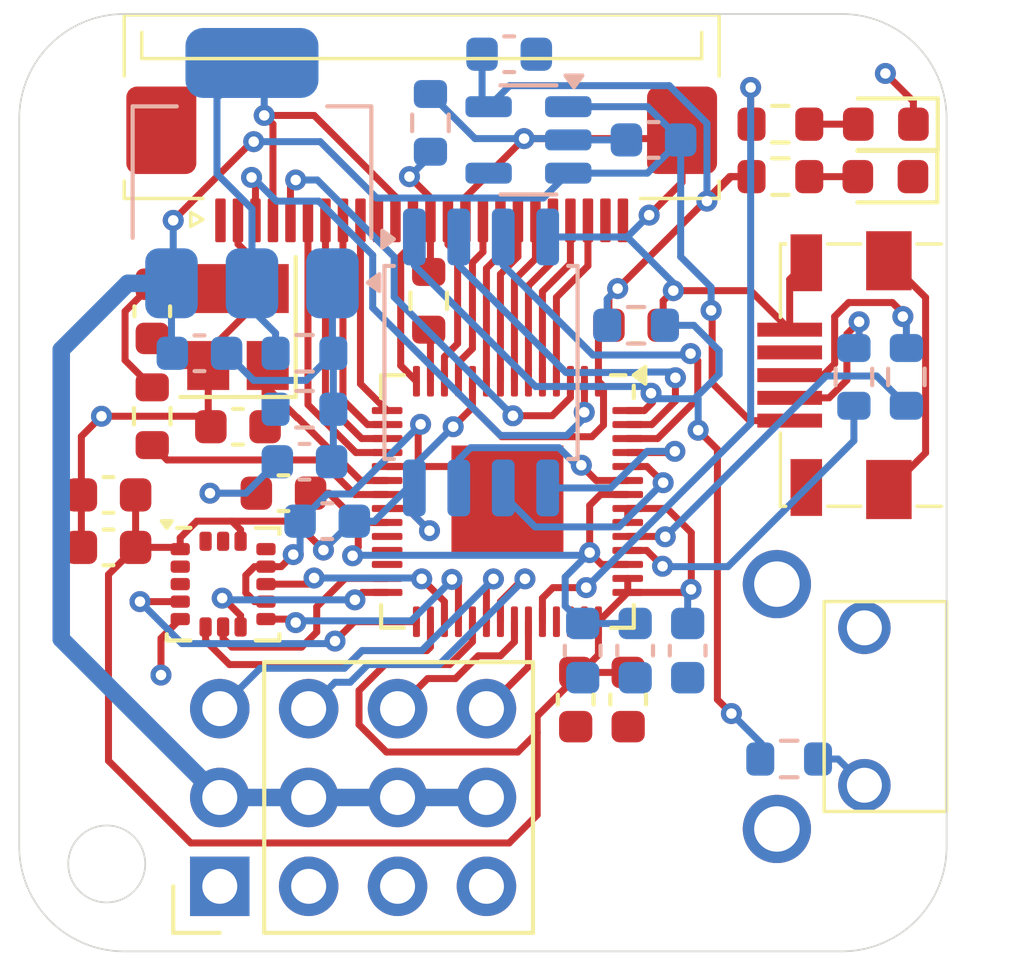
<source format=kicad_pcb>
(kicad_pcb (version 20241229) (generator "pcbnew") (generator_version "9.0")
  (title_block (title "RCJ25 F1 Car (Low-Budget Version)") (date "2025-03-18") (rev "0.1") (company "Hu-More-Bot") (comment 1 "Drawn By: SamTheDev"))
  (layers (0 "F.Cu" signal) (2 "B.Cu" signal) (13 "F.Paste" user) (15 "B.Paste" user) (5 "F.SilkS" user "F.Silkscreen") (7 "B.SilkS" user "B.Silkscreen") (1 "F.Mask" user) (3 "B.Mask" user) (25 "Edge.Cuts" user))
  (net 0 "")
  (net 1 "+1V1")
  (net 2 "GND")
  (net 3 "VCC")
  (net 4 "/XIN")
  (net 5 "Net-(C12-Pad2)")
  (net 6 "Net-(U4-ADJ)")
  (net 7 "VBUS")
  (net 8 "/CAM_PWDN")
  (net 9 "/CAM_SCL")
  (net 10 "/CAM_VD")
  (net 11 "/CAM_D1")
  (net 12 "/CAM_D4")
  (net 13 "/CAM_D5")
  (net 14 "/CAM_D7")
  (net 15 "/CAM_RST")
  (net 16 "/CAM_D0")
  (net 17 "/CAM_HD")
  (net 18 "/CAM_D6")
  (net 19 "+2V8")
  (net 20 "/CAM_D3")
  (net 21 "/CAM_D2")
  (net 22 "/CAM_PCLK")
  (net 23 "/CAM_SDA")
  (net 24 "/USB_DP")
  (net 25 "/USB_DM")
  (net 26 "/QSPI_SS")
  (net 27 "/XOUT")
  (net 28 "/CAM_MCLK")
  (net 29 "/ACC_MISO")
  (net 30 "/ACC_INT1")
  (net 31 "/SERVO4")
  (net 33 "/ACC_INT2")
  (net 35 "/QSPI_SD3")
  (net 36 "/QSPI_SCLK")
  (net 37 "/SERVO1")
  (net 38 "/SERVO2")
  (net 39 "/QSPI_SD0")
  (net 40 "/ACC_MOSI")
  (net 42 "/SERVO3")
  (net 43 "/ACC_SCK")
  (net 44 "/ACC_CS")
  (net 45 "/QSPI_SD2")
  (net 46 "/QSPI_SD1")
  (net 52 "Net-(D1-A)")
  (net 53 "Net-(D2-A)")
  (net 54 "Net-(J4-Pin_13)")
  (net 59 "Net-(U1-GPIO26_ADC0)")
  (net 60 "Net-(J2-D+)")
  (net 61 "Net-(J2-D-)")
  (net 62 "Net-(R4-Pad2)")
  (footprint "Capacitor_SMD:C_0603_1608Metric" (layer "F.Cu") (at 97.3 60.1 90)
    (property "Reference" "C12" (hide yes))
    (property "Value" "C" (hide yes))
  )
  (footprint "LED_SMD:LED_0603_1608Metric" (layer "F.Cu") (at 118.262499 54.75 180)
    (property "Reference" "D1" (hide yes))
    (property "Value" "LED" (hide yes))
  )
  (footprint "Capacitor_SMD:C_0603_1608Metric" (layer "F.Cu") (at 99.75 63.4)
    (property "Reference" "C11" (hide yes))
    (property "Value" "C" (hide yes))
  )
  (footprint "Capacitor_SMD:C_0603_1608Metric" (layer "F.Cu") (at 96.05 65.35)
    (property "Reference" "C9" (hide yes))
    (property "Value" "10u" (hide yes))
  )
  (footprint "Crystal:Crystal_SMD_3225-4Pin_3.2x2.5mm" (layer "F.Cu") (at 99.75 60.55 90)
    (property "Reference" "Y1" (hide yes))
    (property "Value" "Crystal_GND24" (hide yes))
  )
  (footprint "Package_DFN_QFN:QFN-56-1EP_7x7mm_P0.4mm_EP3.2x3.2mm" (layer "F.Cu") (at 107.45 65.5375 -90)
    (property "Reference" "U1" (hide yes))
    (property "Value" "RP2040" (hide yes))
  )
  (footprint "misc:SHOUHAN_MicroQTJ" (layer "F.Cu") (at 116.2 61.925 -90)
    (property "Reference" "J2" (hide yes))
    (property "Value" "USB_B_Micro" (hide yes))
  )
  (footprint "Resistor_SMD:R_0603_1608Metric" (layer "F.Cu") (at 97.3 63.1 -90)
    (property "Reference" "R6" (hide yes))
    (property "Value" "1k" (hide yes))
  )
  (footprint "misc:KSM632B" (layer "F.Cu") (at 115.15 71.4 90)
    (property "Reference" "SW2" (hide yes))
    (property "Value" "SW_Push_Shielded" (hide yes))
  )
  (footprint "Resistor_SMD:R_0603_1608Metric" (layer "F.Cu") (at 115.25 54.75)
    (property "Reference" "R1" (hide yes))
    (property "Value" "R" (hide yes))
  )
  (footprint "adam_tech:PCA-6G-24-HL-3" (layer "F.Cu") (at 105 56.875)
    (property "Reference" "J4" (hide yes))
    (property "Value" "Conn_01x24_MountingPin" (hide yes))
  )
  (footprint "Capacitor_SMD:C_0603_1608Metric" (layer "F.Cu") (at 96.05 66.85)
    (property "Reference" "C8" (hide yes))
    (property "Value" "100n" (hide yes))
  )
  (footprint "Capacitor_SMD:C_0603_1608Metric" (layer "F.Cu") (at 111.125 60.5)
    (property "Reference" "C4" (hide yes))
    (property "Value" "100n" (hide yes))
  )
  (footprint "Capacitor_SMD:C_0603_1608Metric" (layer "F.Cu") (at 109.4 71.2 -90)
    (property "Reference" "C6" (hide yes))
    (property "Value" "100n" (hide yes))
  )
  (footprint "LED_SMD:LED_0603_1608Metric" (layer "F.Cu") (at 118.25 56.25 180)
    (property "Reference" "D2" (hide yes))
    (property "Value" "pwr" (hide yes))
  )
  (footprint "Capacitor_SMD:C_0603_1608Metric" (layer "F.Cu") (at 110.9 71.2 -90)
    (property "Reference" "C7" (hide yes))
    (property "Value" "1u" (hide yes))
  )
  (footprint "Capacitor_SMD:C_0603_1608Metric" (layer "F.Cu") (at 101.05 65.3)
    (property "Reference" "C2" (hide yes))
    (property "Value" "100n" (hide yes))
  )
  (footprint "Package_LGA:LGA-16_3x3mm_P0.5mm_LayoutBorder3x5y" (layer "F.Cu") (at 99.325 67.9)
    (property "Reference" "U2" (hide yes))
    (property "Value" "LIS3DH" (hide yes))
  )
  (footprint "misc:PinHeader_3x04_P2.54mm_Vertical" (layer "F.Cu") (at 99.23 74 90)
    (property "Reference" "J3" (hide yes))
    (property "Value" "Conn_01x12_Pin" (hide yes))
  )
  (footprint "Resistor_SMD:R_0603_1608Metric" (layer "F.Cu") (at 115.25 56.25)
    (property "Reference" "R11" (hide yes))
    (property "Value" "R" (hide yes))
  )
  (footprint "Resistor_SMD:R_0603_1608Metric" (layer "F.Cu") (at 105.2 59.8 90)
    (property "Reference" "R9" (hide yes))
    (property "Value" "4.7k" (hide yes))
  )
  (footprint "Capacitor_SMD:C_0603_1608Metric" (layer "B.Cu") (at 112.6 69.8 -90)
    (property "Reference" "C5" (hide yes))
    (property "Value" "100n" (hide yes))
  )
  (footprint "Resistor_SMD:R_0603_1608Metric" (layer "B.Cu") (at 101.65 61.299999)
    (property "Reference" "R7" (hide yes))
    (property "Value" "R" (hide yes))
  )
  (footprint "Capacitor_SMD:C_0603_1608Metric" (layer "B.Cu") (at 101.65 64.399999 180)
    (property "Reference" "C15" (hide yes))
    (property "Value" "C" (hide yes))
  )
  (footprint "Capacitor_SMD:C_0603_1608Metric" (layer "B.Cu") (at 109.6 69.8 90)
    (property "Reference" "C3" (hide yes))
    (property "Value" "1u" (hide yes))
  )
  (footprint "Capacitor_SMD:C_0603_1608Metric" (layer "B.Cu") (at 102.3 66.1 180)
    (property "Reference" "C10" (hide yes))
    (property "Value" "100n" (hide yes))
  )
  (footprint "Resistor_SMD:R_0603_1608Metric" (layer "B.Cu") (at 101.65 62.899999 180)
    (property "Reference" "R8" (hide yes))
    (property "Value" "R" (hide yes))
  )
  (footprint "Capacitor_SMD:C_0603_1608Metric" (layer "B.Cu") (at 107.5 52.750001)
    (property "Reference" "C16" (hide yes))
    (property "Value" "1u" (hide yes))
  )
  (footprint "Resistor_SMD:R_0603_1608Metric" (layer "B.Cu") (at 118.85 61.975 -90)
    (property "Reference" "R2" (hide yes))
    (property "Value" "27.4" (hide yes))
  )
  (footprint "Capacitor_SMD:C_0603_1608Metric" (layer "B.Cu") (at 98.65 61.299999)
    (property "Reference" "C13" (hide yes))
    (property "Value" "C" (hide yes))
  )
  (footprint "Resistor_SMD:R_0603_1608Metric" (layer "B.Cu") (at 105.25 54.7125 90)
    (property "Reference" "R10" (hide yes))
    (property "Value" "4.7k" (hide yes))
  )
  (footprint "Resistor_SMD:R_0603_1608Metric" (layer "B.Cu") (at 115.5 72.9)
    (property "Reference" "R4" (hide yes))
    (property "Value" "1k" (hide yes))
  )
  (footprint "Resistor_SMD:R_0603_1608Metric" (layer "B.Cu") (at 117.35 61.975 -90)
    (property "Reference" "R3" (hide yes))
    (property "Value" "27.4" (hide yes))
  )
  (footprint "Capacitor_SMD:C_0603_1608Metric" (layer "B.Cu") (at 111.625 55.200001 180)
    (property "Reference" "C14" (hide yes))
    (property "Value" "C" (hide yes))
  )
  (footprint "Resistor_SMD:R_0603_1608Metric" (layer "B.Cu") (at 111.125 60.5 180)
    (property "Reference" "R5" (hide yes))
    (property "Value" "DNF" (hide yes))
  )
  (footprint "Package_TO_SOT_SMD:SOT-23-5" (layer "B.Cu") (at 108.05 55.2 180)
    (property "Reference" "U5" (hide yes))
    (property "Value" "AP7365" (hide yes))
  )
  (footprint "Capacitor_SMD:C_0603_1608Metric" (layer "B.Cu") (at 111.1 69.8 90)
    (property "Reference" "C1" (hide yes))
    (property "Value" "100n" (hide yes))
  )
  (footprint "Package_SO:SOIC-8_5.3x5.3mm_P1.27mm" (layer "B.Cu") (at 106.695 61.5625 -90)
    (property "Reference" "U3" (hide yes))
    (property "Value" "W25X40CLSV" (hide yes))
  )
  (footprint "Package_TO_SOT_SMD:SOT-223-3_TabPin2" (layer "B.Cu") (at 100.15 56.149999 90)
    (property "Reference" "U4" (hide yes))
    (property "Value" "LM1117MP-ADJ" (hide yes))
  )
  (gr_circle (center 96 75.9) (end 97.1 75.9) (stroke (width 0.05)) (fill no) (layer "Edge.Cuts"))
  (gr_arc (start 93.5 54.6) (mid 94.37868 52.47868) (end 96.5 51.6) (stroke (width 0.05)) (layer "Edge.Cuts"))
  (gr_line (start 117 78.4) (end 96.5 78.4) (stroke (width 0.05)) (layer "Edge.Cuts"))
  (gr_line (start 120 54.6) (end 120 75.4) (stroke (width 0.05)) (layer "Edge.Cuts"))
  (gr_arc (start 117 51.6) (mid 119.12132 52.47868) (end 120 54.6) (stroke (width 0.05)) (layer "Edge.Cuts"))
  (gr_line (start 93.5 75.4) (end 93.5 54.6) (stroke (width 0.05)) (layer "Edge.Cuts"))
  (gr_line (start 96.5 51.6) (end 117 51.6) (stroke (width 0.05)) (layer "Edge.Cuts"))
  (gr_arc (start 96.5 78.4) (mid 94.37868 77.52132) (end 93.5 75.4) (stroke (width 0.05)) (layer "Edge.Cuts"))
  (gr_arc (start 120 75.4) (mid 119.12132 77.52132) (end 117 78.4) (stroke (width 0.05)) (layer "Edge.Cuts"))
  (segment (start 104.0125 66.137501) (end 103.187501 66.137501) (width 0.2) (layer "F.Cu") (net 1))
  (segment (start 110.139441 67.3375) (end 109.8 66.998059) (width 0.2) (layer "F.Cu") (net 1))
  (segment (start 103.026399 66.998601) (end 103.026399 67.089981) (width 0.2) (layer "F.Cu") (net 1))
  (segment (start 110.8875 65.3375) (end 110.1125 65.3375) (width 0.2) (layer "F.Cu") (net 1))
  (segment (start 103.187501 66.137501) (end 102.35 65.3) (width 0.2) (layer "F.Cu") (net 1))
  (segment (start 110.8875 67.3375) (end 110.139441 67.3375) (width 0.2) (layer "F.Cu") (net 1))
  (segment (start 102.35 65.3) (end 101.825 65.3) (width 0.2) (layer "F.Cu") (net 1))
  (segment (start 103.187501 66.837499) (end 103.026399 66.998601) (width 0.2) (layer "F.Cu") (net 1))
  (segment (start 103.187501 66.137501) (end 103.187501 66.837499) (width 0.2) (layer "F.Cu") (net 1))
  (segment (start 110.1125 65.3375) (end 109.8 65.65) (width 0.2) (layer "F.Cu") (net 1))
  (segment (start 109.8 65.65) (end 109.8 66.998059) (width 0.2) (layer "F.Cu") (net 1))
  (via (at 109.8 66.998059) (size 0.6) (drill 0.3) (layers "F.Cu" "B.Cu") (net 1))
  (via (at 103.026399 67.089981) (size 0.6) (drill 0.3) (layers "F.Cu" "B.Cu") (net 1))
  (segment (start 103.04138 67.075) (end 103.026399 67.089981) (width 0.2) (layer "B.Cu") (net 1))
  (segment (start 109.1 67.698059) (end 109.8 66.998059) (width 0.2) (layer "B.Cu") (net 1))
  (segment (start 109.6 69.025) (end 109.1 68.525) (width 0.2) (layer "B.Cu") (net 1))
  (segment (start 109.8 66.998059) (end 109.723059 67.075) (width 0.2) (layer "B.Cu") (net 1))
  (segment (start 109.723059 67.075) (end 103.04138 67.075) (width 0.2) (layer "B.Cu") (net 1))
  (segment (start 111.1 69.025) (end 109.6 69.025) (width 0.2) (layer "B.Cu") (net 1))
  (segment (start 109.1 68.525) (end 109.1 67.698059) (width 0.2) (layer "B.Cu") (net 1))
  (segment (start 97.55 69.45) (end 97.55 70.5) (width 0.2) (layer "F.Cu") (net 2))
  (segment (start 100.275 65.3) (end 98.95 65.3) (width 0.2) (layer "F.Cu") (net 2))
  (segment (start 112.44 56.41) (end 112.44 54.925) (width 0.2) (layer "F.Cu") (net 2))
  (segment (start 95.275 63.675) (end 95.85 63.1) (width 0.2) (layer "F.Cu") (net 2))
  (segment (start 98.675 63.1) (end 95.85 63.1) (width 0.2) (layer "F.Cu") (net 2))
  (segment (start 115.515 60.625) (end 115.515 59.1875) (width 0.2) (layer "F.Cu") (net 2))
  (segment (start 111.9 59.8) (end 112.19038 59.50962) (width 0.2) (layer "F.Cu") (net 2))
  (segment (start 115.515 60.625) (end 114.39962 59.50962) (width 0.2) (layer "F.Cu") (net 2))
  (segment (start 106.25 56.8375) (end 107.925 55.1625) (width 0.2) (layer "F.Cu") (net 2))
  (segment (start 112.2025 55.1625) (end 112.44 54.925) (width 0.2) (layer "F.Cu") (net 2))
  (segment (start 111.5 57.35) (end 112.44 56.41) (width 0.2) (layer "F.Cu") (net 2))
  (segment (start 115.515 59.1875) (end 115.99 58.7125) (width 0.2) (layer "F.Cu") (net 2))
  (segment (start 118.35 58.655) (end 119.399 59.704) (width 0.2) (layer "F.Cu") (net 2))
  (segment (start 119.399 64.146) (end 118.35 65.195) (width 0.2) (layer "F.Cu") (net 2))
  (segment (start 99.75 58.175566) (end 100.6 59.025566) (width 0.2) (layer "F.Cu") (net 2))
  (segment (start 100.6 59.55) (end 98.9 61.25) (width 0.2) (layer "F.Cu") (net 2))
  (segment (start 119.05 54.75) (end 119.05 54.1) (width 0.2) (layer "F.Cu") (net 2))
  (segment (start 119.05 54.1) (end 118.25 53.3) (width 0.2) (layer "F.Cu") (net 2))
  (segment (start 104.9 64.5375) (end 104.9 63.4) (width 0.2) (layer "F.Cu") (net 2))
  (segment (start 100.223152 67.4) (end 100.55 67.4) (width 0.2) (layer "F.Cu") (net 2))
  (segment (start 100.223152 68.4) (end 99.974 68.150848) (width 0.2) (layer "F.Cu") (net 2))
  (segment (start 104.0125 64.5375) (end 104.9 64.5375) (width 0.2) (layer "F.Cu") (net 2))
  (segment (start 104.9 64.5375) (end 106.45 64.5375) (width 0.2) (layer "F.Cu") (net 2))
  (segment (start 98.9 61.65) (end 98.075 61.65) (width 0.2) (layer "F.Cu") (net 2))
  (segment (start 95.275 65.35) (end 95.275 66.85) (width 0.2) (layer "F.Cu") (net 2))
  (segment (start 99.974 68.150848) (end 99.974 67.649152) (width 0.2) (layer "F.Cu") (net 2))
  (segment (start 119.399 59.704) (end 119.399 64.146) (width 0.2) (layer "F.Cu") (net 2))
  (segment (start 104.9 63.4) (end 104.968609 63.331393) (width 0.2) (layer "F.Cu") (net 2))
  (segment (start 100.55 67.4) (end 100.985899 67.4) (width 0.2) (layer "F.Cu") (net 2))
  (segment (start 98.9 61.65) (end 98.9 63.325) (width 0.2) (layer "F.Cu") (net 2))
  (segment (start 100.55 68.4) (end 100.223152 68.4) (width 0.2) (layer "F.Cu") (net 2))
  (segment (start 106.25 57.5) (end 106.25 56.8375) (width 0.2) (layer "F.Cu") (net 2))
  (segment (start 98.075 61.65) (end 97.3 60.875) (width 0.2) (layer "F.Cu") (net 2))
  (segment (start 99.75 57.5) (end 99.75 58.175566) (width 0.2) (layer "F.Cu") (net 2))
  (segment (start 99.974 67.649152) (end 100.223152 67.4) (width 0.2) (layer "F.Cu") (net 2))
  (segment (start 111.9 60.5) (end 111.9 59.8) (width 0.2) (layer "F.Cu") (net 2))
  (segment (start 114.39962 59.50962) (end 112.19038 59.50962) (width 0.2) (layer "F.Cu") (net 2))
  (segment (start 100.985899 67.4) (end 101.330595 67.055304) (width 0.2) (layer "F.Cu") (net 2))
  (segment (start 107.925 55.1625) (end 112.2025 55.1625) (width 0.2) (layer "F.Cu") (net 2))
  (segment (start 98.1 68.9) (end 97.55 69.45) (width 0.2) (layer "F.Cu") (net 2))
  (segment (start 95.275 65.35) (end 95.275 63.675) (width 0.2) (layer "F.Cu") (net 2))
  (via (at 104.968609 63.331393) (size 0.6) (drill 0.3) (layers "F.Cu" "B.Cu") (net 2))
  (via (at 97.55 70.5) (size 0.6) (drill 0.3) (layers "F.Cu" "B.Cu") (net 2))
  (via (at 95.85 63.1) (size 0.6) (drill 0.3) (layers "F.Cu" "B.Cu") (net 2))
  (via (at 112.19038 59.50962) (size 0.6) (drill 0.3) (layers "F.Cu" "B.Cu") (net 2))
  (via (at 98.95 65.3) (size 0.6) (drill 0.3) (layers "F.Cu" "B.Cu") (net 2))
  (via (at 111.5 57.35) (size 0.6) (drill 0.3) (layers "F.Cu" "B.Cu") (net 2))
  (via (at 118.25 53.3) (size 0.6) (drill 0.3) (layers "F.Cu" "B.Cu") (net 2))
  (via (at 101.330595 67.055304) (size 0.6) (drill 0.3) (layers "F.Cu" "B.Cu") (net 2))
  (via (at 107.925 55.1625) (size 0.6) (drill 0.3) (layers "F.Cu" "B.Cu") (net 2))
  (segment (start 111.5 57.35) (end 110.875 57.975) (width 0.2) (layer "B.Cu") (net 2))
  (segment (start 101.481978 67.055304) (end 101.330595 67.055304) (width 0.2) (layer "B.Cu") (net 2))
  (segment (start 101.525 67.012282) (end 101.481978 67.055304) (width 0.2) (layer "B.Cu") (net 2))
  (segment (start 101.525 66.1) (end 102.301 65.324) (width 0.2) (layer "B.Cu") (net 2))
  (segment (start 109.1875 55.2) (end 109.15 55.1625) (width 0.2) (layer "B.Cu") (net 2))
  (segment (start 98.95 65.3) (end 99.974999 65.3) (width 0.2) (layer "B.Cu") (net 2))
  (segment (start 110.85 55.200001) (end 109.1875 55.2) (width 0.2) (layer "B.Cu") (net 2))
  (segment (start 107.925 55.1625) (end 107.8875 55.2) (width 0.2) (layer "B.Cu") (net 2))
  (segment (start 99.974999 65.3) (end 100.875 64.399999) (width 0.2) (layer "B.Cu") (net 2))
  (segment (start 101.525 66.1) (end 101.525 67.012282) (width 0.2) (layer "B.Cu") (net 2))
  (segment (start 112.19038 59.29038) (end 110.875 57.975) (width 0.2) (layer "B.Cu") (net 2))
  (segment (start 105.25 53.8875) (end 106.525 55.1625) (width 0.2) (layer "B.Cu") (net 2))
  (segment (start 112.19038 59.50962) (end 112.19038 59.29038) (width 0.2) (layer "B.Cu") (net 2))
  (segment (start 106.525 55.1625) (end 107.925 55.1625) (width 0.2) (layer "B.Cu") (net 2))
  (segment (start 108.6 57.975) (end 110.875 57.975) (width 0.2) (layer "B.Cu") (net 2))
  (segment (start 109.15 55.1625) (end 107.925 55.1625) (width 0.2) (layer "B.Cu") (net 2))
  (segment (start 102.976 65.324) (end 104.968609 63.331393) (width 0.2) (layer "B.Cu") (net 2))
  (segment (start 102.301 65.324) (end 102.976 65.324) (width 0.2) (layer "B.Cu") (net 2))
  (segment (start 108.3 74.5) (end 108.3 72.144314) (width 0.2) (layer "F.Cu") (net 3))
  (segment (start 110.7625 68.2625) (end 110.8875 68.1375) (width 0.2) (layer "F.Cu") (net 3))
  (segment (start 110.8875 65.7375) (end 110.8875 66.137501) (width 0.2) (layer "F.Cu") (net 3))
  (segment (start 110.195577 62.245577) (end 110.05 62.1) (width 0.2) (layer "F.Cu") (net 3))
  (segment (start 99.825 66.675) (end 99.825 66.348152) (width 0.2) (layer "F.Cu") (net 3))
  (segment (start 112.70408 67.873369) (end 112.70408 66.429118) (width 0.2) (layer "F.Cu") (net 3))
  (segment (start 96.825 66.85) (end 96.05 67.625) (width 0.2) (layer "F.Cu") (net 3))
  (segment (start 110.05 62.1) (end 110.05 60.8) (width 0.2) (layer "F.Cu") (net 3))
  (segment (start 110.35 59.7) (end 110.6 59.45) (width 0.2) (layer "F.Cu") (net 3))
  (segment (start 110.9 70.425) (end 109.4 70.425) (width 0.2) (layer "F.Cu") (net 3))
  (segment (start 98.574152 66.099) (end 98.1 66.573152) (width 0.2) (layer "F.Cu") (net 3))
  (segment (start 109.4 70.575) (end 109.4 70.425) (width 0.2) (layer "F.Cu") (net 3))
  (segment (start 105.8 70.2) (end 103.95 70.2) (width 0.2) (layer "F.Cu") (net 3))
  (segment (start 106.45 62.85) (end 105.9 63.4) (width 0.2) (layer "F.Cu") (net 3))
  (segment (start 96.05 67.625) (end 96.05 72.95) (width 0.2) (layer "F.Cu") (net 3))
  (segment (start 109.8635 63.6865) (end 110.195577 63.354423) (width 0.2) (layer "F.Cu") (net 3))
  (segment (start 102.192282 66.926419) (end 101.364863 66.099) (width 0.2) (layer "F.Cu") (net 3))
  (segment (start 110.195577 63.354423) (end 110.195577 62.245577) (width 0.2) (layer "F.Cu") (net 3))
  (segment (start 98.1 66.573152) (end 98.1 66.9) (width 0.2) (layer "F.Cu") (net 3))
  (segment (start 104.0125 65.7375) (end 104.587503 65.7375) (width 0.2) (layer "F.Cu") (net 3))
  (segment (start 114.425 56.25) (end 113.8 56.25) (width 0.2) (layer "F.Cu") (net 3))
  (segment (start 110.05 69.925) (end 109.55 70.425) (width 0.2) (layer "F.Cu") (net 3))
  (segment (start 112.70408 66.429118) (end 112.012462 65.7375) (width 0.2) (layer "F.Cu") (net 3))
  (segment (start 99.825 66.348152) (end 99.575848 66.099) (width 0.2) (layer "F.Cu") (net 3))
  (segment (start 106.45 68.975) (end 106.45 69.55) (width 0.2) (layer "F.Cu") (net 3))
  (segment (start 114.425 56.25) (end 113.85 56.25) (width 0.2) (layer "F.Cu") (net 3))
  (segment (start 112.439949 68.1375) (end 112.70408 67.873369) (width 0.2) (layer "F.Cu") (net 3))
  (segment (start 107.744314 72.7) (end 108.3 72.144314) (width 0.2) (layer "F.Cu") (net 3))
  (segment (start 110.35 60.5) (end 110.35 59.7) (width 0.2) (layer "F.Cu") (net 3))
  (segment (start 104.587503 65.7375) (end 105.222578 66.372575) (width 0.2) (layer "F.Cu") (net 3))
  (segment (start 103.209 71.91605) (end 103.99295 72.7) (width 0.2) (layer "F.Cu") (net 3))
  (segment (start 112.012462 65.7375) (end 110.8875 65.7375) (width 0.2) (layer "F.Cu") (net 3))
  (segment (start 96.825 66.85) (end 98.05 66.85) (width 0.2) (layer "F.Cu") (net 3))
  (segment (start 109.55 70.425) (end 109.4 70.425) (width 0.2) (layer "F.Cu") (net 3))
  (segment (start 108.3 72.144314) (end 108.3 71.675) (width 0.2) (layer "F.Cu") (net 3))
  (segment (start 99.575848 66.099) (end 98.574152 66.099) (width 0.2) (layer "F.Cu") (net 3))
  (segment (start 96.825 65.35) (end 96.825 66.85) (width 0.2) (layer "F.Cu") (net 3))
  (segment (start 110.8875 68.1375) (end 112.439949 68.1375) (width 0.2) (layer "F.Cu") (net 3))
  (segment (start 106.450508 62.85) (end 107.287008 63.6865) (width 0.2) (layer "F.Cu") (net 3))
  (segment (start 103.99295 72.7) (end 107.744314 72.7) (width 0.2) (layer "F.Cu") (net 3))
  (segment (start 113.85 56.25) (end 113.15 56.95) (width 0.2) (layer "F.Cu") (net 3))
  (segment (start 113.8 56.25) (end 110.6 59.45) (width 0.2) (layer "F.Cu") (net 3))
  (segment (start 108.3 71.675) (end 109.4 70.575) (width 0.2) (layer "F.Cu") (net 3))
  (segment (start 101.364863 66.099) (end 99.575848 66.099) (width 0.2) (layer "F.Cu") (net 3))
  (segment (start 103.95 70.2) (end 103.209 70.941) (width 0.2) (layer "F.Cu") (net 3))
  (segment (start 107.287008 63.6865) (end 109.8635 63.6865) (width 0.2) (layer "F.Cu") (net 3))
  (segment (start 110.8875 67.737499) (end 110.8875 68.1375) (width 0.2) (layer "F.Cu") (net 3))
  (segment (start 106.45 62.85) (end 106.450508 62.85) (width 0.2) (layer "F.Cu") (net 3))
  (segment (start 98.4 75.3) (end 107.5 75.3) (width 0.2) (layer "F.Cu") (net 3))
  (segment (start 107.5 75.3) (end 108.3 74.5) (width 0.2) (layer "F.Cu") (net 3))
  (segment (start 110.05 68.975) (end 110.7625 68.2625) (width 0.2) (layer "F.Cu") (net 3))
  (segment (start 96.05 72.95) (end 98.4 75.3) (width 0.2) (layer "F.Cu") (net 3))
  (segment (start 103.209 70.941) (end 103.209 71.91605) (width 0.2) (layer "F.Cu") (net 3))
  (segment (start 106.45 62.1) (end 106.45 62.85) (width 0.2) (layer "F.Cu") (net 3))
  (segment (start 106.45 69.55) (end 105.8 70.2) (width 0.2) (layer "F.Cu") (net 3))
  (segment (start 110.05 68.975) (end 110.05 69.925) (width 0.2) (layer "F.Cu") (net 3))
  (via (at 105.222578 66.372575) (size 0.6) (drill 0.3) (layers "F.Cu" "B.Cu") (net 3))
  (via (at 102.192282 66.926419) (size 0.6) (drill 0.3) (layers "F.Cu" "B.Cu") (net 3))
  (via (at 112.696824 68.05) (size 0.6) (drill 0.3) (layers "F.Cu" "B.Cu") (net 3))
  (via (at 105.9 63.4) (size 0.6) (drill 0.3) (layers "F.Cu" "B.Cu") (net 3))
  (via (at 110.6 59.45) (size 0.6) (drill 0.3) (layers "F.Cu" "B.Cu") (net 3))
  (via (at 113.15 56.95) (size 0.6) (drill 0.3) (layers "F.Cu" "B.Cu") (net 3))
  (segment (start 113.151 54.725891) (end 113.151 56.949) (width 0.2) (layer "B.Cu") (net 3))
  (segment (start 107.5135 53.649) (end 112.074109 53.649) (width 0.2) (layer "B.Cu") (net 3))
  (segment (start 104.79 65.15) (end 104.79 65.939997) (width 0.2) (layer "B.Cu") (net 3))
  (segment (start 103.075 66.1) (end 103.018701 66.1) (width 0.2) (layer "B.Cu") (net 3))
  (segment (start 104.6 65.15) (end 103.65 66.1) (width 0.2) (layer "B.Cu") (net 3))
  (segment (start 106.9125 54.25) (end 107.5135 53.649) (width 0.2) (layer "B.Cu") (net 3))
  (segment (start 103.65 66.1) (end 103.075 66.1) (width 0.2) (layer "B.Cu") (net 3))
  (segment (start 113.151 56.949) (end 113.15 56.95) (width 0.2) (layer "B.Cu") (net 3))
  (segment (start 112.074109 53.649) (end 113.151 54.725891) (width 0.2) (layer "B.Cu") (net 3))
  (segment (start 104.79 64.51) (end 105.9 63.4) (width 0.2) (layer "B.Cu") (net 3))
  (segment (start 112.6 69.025) (end 112.6 68.146824) (width 0.2) (layer "B.Cu") (net 3))
  (segment (start 106.725 52.750001) (end 106.725 54.0625) (width 0.2) (layer "B.Cu") (net 3))
  (segment (start 110.3 60.5) (end 110.3 59.75) (width 0.2) (layer "B.Cu") (net 3))
  (segment (start 103.018701 66.1) (end 102.192282 66.926419) (width 0.2) (layer "B.Cu") (net 3))
  (segment (start 112.6 68.146824) (end 112.696824 68.05) (width 0.2) (layer "B.Cu") (net 3))
  (segment (start 110.3 59.75) (end 110.6 59.45) (width 0.2) (layer "B.Cu") (net 3))
  (segment (start 104.79 65.939997) (end 105.222578 66.372575) (width 0.2) (layer "B.Cu") (net 3))
  (segment (start 101.45 63.15) (end 100.6 62.3) (width 0.2) (layer "F.Cu") (net 4))
  (segment (start 104.0125 64.937499) (end 103.253294 64.937499) (width 0.2) (layer "F.Cu") (net 4))
  (segment (start 100.525 63.4) (end 100.525 61.725) (width 0.2) (layer "F.Cu") (net 4))
  (segment (start 100.6 62.3) (end 100.6 61.65) (width 0.2) (layer "F.Cu") (net 4))
  (segment (start 103.253294 64.937499) (end 101.465795 63.15) (width 0.2) (layer "F.Cu") (net 4))
  (segment (start 101.465795 63.15) (end 101.45 63.15) (width 0.2) (layer "F.Cu") (net 4))
  (segment (start 96.524 60.101) (end 97.3 59.325) (width 0.2) (layer "F.Cu") (net 5))
  (segment (start 97.3 59.325) (end 98.775 59.325) (width 0.2) (layer "F.Cu") (net 5))
  (segment (start 96.524 61.499) (end 96.524 60.101) (width 0.2) (layer "F.Cu") (net 5))
  (segment (start 97.3 62.275) (end 96.524 61.499) (width 0.2) (layer "F.Cu") (net 5))
  (segment (start 102.45 59.299999) (end 102.45 61.274999) (width 0.2) (layer "B.Cu") (net 6))
  (segment (start 101.699 62.075999) (end 102.475 61.299999) (width 0.2) (layer "B.Cu") (net 6))
  (segment (start 102.475 61.299999) (end 102.475 62.899999) (width 0.2) (layer "B.Cu") (net 6))
  (segment (start 102.475 62.899999) (end 102.475 64.349999) (width 0.2) (layer "B.Cu") (net 6))
  (segment (start 100.201 62.075999) (end 101.699 62.075999) (width 0.2) (layer "B.Cu") (net 6))
  (segment (start 99.425 61.299999) (end 100.201 62.075999) (width 0.2) (layer "B.Cu") (net 6))
  (segment (start 113.3 60.1) (end 113.295767 60.1) (width 0.2) (layer "F.Cu") (net 7))
  (segment (start 100.050003 55.4) (end 100 55.4) (width 0.2) (layer "F.Cu") (net 7))
  (segment (start 100.2 55.250003) (end 100.050003 55.4) (width 0.2) (layer "F.Cu") (net 7))
  (segment (start 100 55.4) (end 97.9 57.5) (width 0.2) (layer "F.Cu") (net 7))
  (segment (start 114.375 63.225) (end 113.3 62.15) (width 0.2) (layer "F.Cu") (net 7))
  (segment (start 115.515 63.225) (end 114.375 63.225) (width 0.2) (layer "F.Cu") (net 7))
  (segment (start 113.295767 60.1) (end 113.270371 60.074604) (width 0.2) (layer "F.Cu") (net 7))
  (segment (start 113.3 62.15) (end 113.3 60.1) (width 0.2) (layer "F.Cu") (net 7))
  (via (at 113.270371 60.074604) (size 0.6) (drill 0.3) (layers "F.Cu" "B.Cu") (net 7))
  (via (at 97.9 57.5) (size 0.6) (drill 0.3) (layers "F.Cu" "B.Cu") (net 7))
  (via (at 100.2 55.250003) (size 0.6) (drill 0.3) (layers "F.Cu" "B.Cu") (net 7))
  (segment (start 112.4 58.541669) (end 112.4 54.937501) (width 0.2) (layer "B.Cu") (net 7))
  (segment (start 113.270371 60.074604) (end 113.270371 59.41204) (width 0.2) (layer "B.Cu") (net 7))
  (segment (start 94.7 69.47) (end 99.23 74) (width 0.5) (layer "B.Cu") (net 7))
  (segment (start 111.449999 54.25) (end 109.1875 54.25) (width 0.2) (layer "B.Cu") (net 7))
  (segment (start 113.270371 59.41204) (end 112.4 58.541669) (width 0.2) (layer "B.Cu") (net 7))
  (segment (start 103.7115 56.8615) (end 108.476 56.8615) (width 0.2) (layer "B.Cu") (net 7))
  (segment (start 94.7 61.2) (end 94.7 69.47) (width 0.5) (layer "B.Cu") (net 7))
  (segment (start 112.4 55.200001) (end 111.449999 54.25) (width 0.2) (layer "B.Cu") (net 7))
  (segment (start 97.85 59.299999) (end 97.85 61.274999) (width 0.2) (layer "B.Cu") (net 7))
  (segment (start 109.1875 56.15) (end 111.450001 56.15) (width 0.2) (layer "B.Cu") (net 7))
  (segment (start 99.23 74) (end 101.77 74) (width 0.5) (layer "B.Cu") (net 7))
  (segment (start 104.309999 74) (end 106.85 74) (width 0.5) (layer "B.Cu") (net 7))
  (segment (start 97.85 59.299999) (end 96.600001 59.299999) (width 0.5) (layer "B.Cu") (net 7))
  (segment (start 97.9 57.5) (end 97.9 59.249999) (width 0.2) (layer "B.Cu") (net 7))
  (segment (start 111.450001 56.15) (end 112.4 55.200001) (width 0.2) (layer "B.Cu") (net 7))
  (segment (start 101.77 74) (end 104.309999 74) (width 0.5) (layer "B.Cu") (net 7))
  (segment (start 96.600001 59.299999) (end 94.7 61.2) (width 0.5) (layer "B.Cu") (net 7))
  (segment (start 102.100003 55.250003) (end 103.7115 56.8615) (width 0.2) (layer "B.Cu") (net 7))
  (segment (start 108.476 56.8615) (end 109.1875 56.15) (width 0.2) (layer "B.Cu") (net 7))
  (segment (start 100.2 55.250003) (end 102.100003 55.250003) (width 0.2) (layer "B.Cu") (net 7))
  (segment (start 102.75 62.637258) (end 102.75 57.5) (width 0.2) (layer "F.Cu") (net 8))
  (segment (start 103.450242 63.3375) (end 102.75 62.637258) (width 0.2) (layer "F.Cu") (net 8))
  (segment (start 104.0125 63.337501) (end 103.450242 63.3375) (width 0.2) (layer "F.Cu") (net 8))
  (segment (start 101.305603 56.345981) (end 101.4 56.345981) (width 0.2) (layer "F.Cu") (net 9))
  (segment (start 101.25 57.5) (end 101.25 56.401584) (width 0.2) (layer "F.Cu") (net 9))
  (segment (start 109.25 62.564564) (end 108.729158 63.085406) (width 0.2) (layer "F.Cu") (net 9))
  (segment (start 101.25 56.401584) (end 101.305603 56.345981) (width 0.2) (layer "F.Cu") (net 9))
  (segment (start 107.609341 63.085406) (end 107.607247 63.0875) (width 0.2) (layer "F.Cu") (net 9))
  (segment (start 109.25 62.1) (end 109.25 62.564564) (width 0.2) (layer "F.Cu") (net 9))
  (segment (start 108.729158 63.085406) (end 107.609341 63.085406) (width 0.2) (layer "F.Cu") (net 9))
  (via (at 107.607247 63.0875) (size 0.6) (drill 0.3) (layers "F.Cu" "B.Cu") (net 9))
  (via (at 101.4 56.345981) (size 0.6) (drill 0.3) (layers "F.Cu" "B.Cu") (net 9))
  (segment (start 104.214 59.694253) (end 104.214 58.542306) (width 0.2) (layer "B.Cu") (net 9))
  (segment (start 107.659878 63.034869) (end 107.607247 63.0875) (width 0.2) (layer "B.Cu") (net 9))
  (segment (start 104.214 58.542306) (end 102.017675 56.345981) (width 0.2) (layer "B.Cu") (net 9))
  (segment (start 102.017675 56.345981) (end 101.4 56.345981) (width 0.2) (layer "B.Cu") (net 9))
  (segment (start 107.607247 63.0875) (end 104.214 59.694253) (width 0.2) (layer "B.Cu") (net 9))
  (segment (start 103.284556 63.737499) (end 102.25 62.702943) (width 0.2) (layer "F.Cu") (net 10))
  (segment (start 102.25 62.702943) (end 102.25 57.5) (width 0.2) (layer "F.Cu") (net 10))
  (segment (start 104.0125 63.7375) (end 103.284556 63.737499) (width 0.2) (layer "F.Cu") (net 10))
  (segment (start 108.45 62.1) (end 108.45 59.534314) (width 0.2) (layer "F.Cu") (net 11))
  (segment (start 109.25 58.734314) (end 109.25 57.5) (width 0.2) (layer "F.Cu") (net 11))
  (segment (start 108.45 59.534314) (end 109.25 58.734314) (width 0.2) (layer "F.Cu") (net 11))
  (segment (start 107.75 58.537256) (end 107.75 57.5) (width 0.2) (layer "F.Cu") (net 12))
  (segment (start 107.25 59.037256) (end 107.75 58.537256) (width 0.2) (layer "F.Cu") (net 12))
  (segment (start 107.25 62.1) (end 107.25 59.037256) (width 0.2) (layer "F.Cu") (net 12))
  (segment (start 106.05 61.565686) (end 106.45 61.165686) (width 0.2) (layer "F.Cu") (net 13))
  (segment (start 106.45 58.705884) (end 106.75 58.405884) (width 0.2) (layer "F.Cu") (net 13))
  (segment (start 106.05 62.1) (end 106.05 61.565686) (width 0.2) (layer "F.Cu") (net 13))
  (segment (start 106.75 58.405884) (end 106.75 57.5) (width 0.2) (layer "F.Cu") (net 13))
  (segment (start 106.45 61.165686) (end 106.45 58.705884) (width 0.2) (layer "F.Cu") (net 13))
  (segment (start 104.4 61.65) (end 104.4 58.525566) (width 0.2) (layer "F.Cu") (net 14))
  (segment (start 104.4 58.525566) (end 104.75 58.175566) (width 0.2) (layer "F.Cu") (net 14))
  (segment (start 104.85 62.1) (end 104.4 61.65) (width 0.2) (layer "F.Cu") (net 14))
  (segment (start 104.75 58.175566) (end 104.75 57.5) (width 0.2) (layer "F.Cu") (net 14))
  (segment (start 104.0125 64.1375) (end 103.118872 64.1375) (width 0.2) (layer "F.Cu") (net 15))
  (segment (start 103.118872 64.1375) (end 101.75 62.768629) (width 0.2) (layer "F.Cu") (net 15))
  (segment (start 101.75 62.768629) (end 101.75 57.5) (width 0.2) (layer "F.Cu") (net 15))
  (segment (start 107.65 59.202942) (end 108.25 58.602942) (width 0.2) (layer "F.Cu") (net 16))
  (segment (start 107.65 62.1) (end 107.65 59.202942) (width 0.2) (layer "F.Cu") (net 16))
  (segment (start 108.25 58.602942) (end 108.25 57.5) (width 0.2) (layer "F.Cu") (net 16))
  (segment (start 103.25 62.175) (end 103.25 57.5) (width 0.2) (layer "F.Cu") (net 17))
  (segment (start 104.0125 62.9375) (end 103.25 62.175) (width 0.2) (layer "F.Cu") (net 17))
  (segment (start 106.026 58.461936) (end 105.75 58.185936) (width 0.2) (layer "F.Cu") (net 18))
  (segment (start 105.75 58.185936) (end 105.75 57.5) (width 0.2) (layer "F.Cu") (net 18))
  (segment (start 106.026 61.024) (end 106.026 58.461936) (width 0.2) (layer "F.Cu") (net 18))
  (segment (start 105.65 62.1) (end 105.65 61.4) (width 0.2) (layer "F.Cu") (net 18))
  (segment (start 105.65 61.4) (end 106.026 61.024) (width 0.2) (layer "F.Cu") (net 18))
  (segment (start 100.75 54.75) (end 100.5 54.5) (width 0.2) (layer "F.Cu") (net 19))
  (segment (start 104.25 56.824434) (end 101.925566 54.5) (width 0.2) (layer "F.Cu") (net 19))
  (segment (start 104.25 57.5) (end 104.25 56.824434) (width 0.2) (layer "F.Cu") (net 19))
  (segment (start 100.75 57.5) (end 100.75 54.75) (width 0.2) (layer "F.Cu") (net 19))
  (segment (start 101.925566 54.5) (end 100.5 54.5) (width 0.2) (layer "F.Cu") (net 19))
  (via (at 100.5 54.5) (size 0.6) (drill 0.3) (layers "F.Cu" "B.Cu") (net 19))
  (segment (start 99.15 54) (end 99.15 56.169239) (width 0.2) (layer "B.Cu") (net 19))
  (segment (start 100.15 53) (end 99.15 54) (width 0.2) (layer "B.Cu") (net 19))
  (segment (start 100.825 60.724999) (end 100.15 60.049999) (width 0.2) (layer "B.Cu") (net 19))
  (segment (start 99.15 56.169239) (end 100.15 57.169239) (width 0.2) (layer "B.Cu") (net 19))
  (segment (start 100.5 54.5) (end 100.5 53.35) (width 0.2) (layer "B.Cu") (net 19))
  (segment (start 100.15 57.169239) (end 100.15 59.299998) (width 0.2) (layer "B.Cu") (net 19))
  (segment (start 100.825 60.724999) (end 100.825 61.299999) (width 0.2) (layer "B.Cu") (net 19))
  (segment (start 108.75 58.668628) (end 108.75 57.5) (width 0.2) (layer "F.Cu") (net 20))
  (segment (start 108.05 59.368628) (end 108.75 58.668628) (width 0.2) (layer "F.Cu") (net 20))
  (segment (start 108.050001 62.1) (end 108.05 59.368628) (width 0.2) (layer "F.Cu") (net 20))
  (segment (start 109.75 58.8) (end 109.75 57.5) (width 0.2) (layer "F.Cu") (net 21))
  (segment (start 108.85 62.1) (end 108.85 59.7) (width 0.2) (layer "F.Cu") (net 21))
  (segment (start 108.85 59.7) (end 109.75 58.8) (width 0.2) (layer "F.Cu") (net 21))
  (segment (start 106.849999 62.1) (end 106.85 58.87157) (width 0.2) (layer "F.Cu") (net 22))
  (segment (start 107.25 58.47157) (end 107.25 57.5) (width 0.2) (layer "F.Cu") (net 22))
  (segment (start 106.85 58.87157) (end 107.25 58.47157) (width 0.2) (layer "F.Cu") (net 22))
  (segment (start 109.649999 62.1) (end 109.649999 62.980799) (width 0.2) (layer "F.Cu") (net 23))
  (segment (start 109.693949 63.099209) (end 109.644577 63.049837) (width 0.2) (layer "F.Cu") (net 23))
  (segment (start 100.25 57.5) (end 100.25 56.363809) (width 0.2) (layer "F.Cu") (net 23))
  (segment (start 109.649999 62.980799) (end 109.644577 62.986221) (width 0.2) (layer "F.Cu") (net 23))
  (segment (start 100.25 56.363809) (end 100.158727 56.272536) (width 0.2) (layer "F.Cu") (net 23))
  (segment (start 100.158727 56.272536) (end 100.138513 56.272536) (width 0.2) (layer "F.Cu") (net 23))
  (segment (start 109.644577 63.049837) (end 109.644577 62.986221) (width 0.2) (layer "F.Cu") (net 23))
  (via (at 109.644577 62.986221) (size 0.6) (drill 0.3) (layers "F.Cu" "B.Cu") (net 23))
  (via (at 100.138513 56.272536) (size 0.6) (drill 0.3) (layers "F.Cu" "B.Cu") (net 23))
  (segment (start 103.6 59.999492) (end 107.250508 63.65) (width 0.2) (layer "B.Cu") (net 23))
  (segment (start 107.250508 63.65) (end 109.143159 63.65) (width 0.2) (layer "B.Cu") (net 23))
  (segment (start 109.143159 63.65) (end 109.644577 63.148582) (width 0.2) (layer "B.Cu") (net 23))
  (segment (start 102.056009 56.95) (end 103.6 58.493991) (width 0.2) (layer "B.Cu") (net 23))
  (segment (start 100.138513 56.272536) (end 100.172536 56.272536) (width 0.2) (layer "B.Cu") (net 23))
  (segment (start 103.6 58.493991) (end 103.6 59.999492) (width 0.2) (layer "B.Cu") (net 23))
  (segment (start 109.644577 63.148582) (end 109.644577 62.986221) (width 0.2) (layer "B.Cu") (net 23))
  (segment (start 100.85 56.95) (end 102.056009 56.95) (width 0.2) (layer "B.Cu") (net 23))
  (segment (start 100.172536 56.272536) (end 100.85 56.95) (width 0.2) (layer "B.Cu") (net 23))
  (segment (start 111.950099 66.5375) (end 111.959655 66.547056) (width 0.2) (layer "F.Cu") (net 24))
  (segment (start 110.8875 66.5375) (end 111.950099 66.5375) (width 0.2) (layer "F.Cu") (net 24))
  (via (at 111.959655 66.547056) (size 0.6) (drill 0.3) (layers "F.Cu" "B.Cu") (net 24))
  (segment (start 118.85 62.8) (end 118 61.95) (width 0.2) (layer "B.Cu") (net 24))
  (segment (start 118 61.95) (end 116.556711 61.95) (width 0.2) (layer "B.Cu") (net 24))
  (segment (start 116.556711 61.95) (end 111.959655 66.547056) (width 0.2) (layer "B.Cu") (net 24))
  (segment (start 110.8875 66.9375) (end 111.43086 66.9375) (width 0.2) (layer "F.Cu") (net 25))
  (segment (start 111.43086 66.9375) (end 111.882486 67.389128) (width 0.2) (layer "F.Cu") (net 25))
  (via (at 111.882486 67.389128) (size 0.6) (drill 0.3) (layers "F.Cu" "B.Cu") (net 25))
  (segment (start 117.35 62.8) (end 117.35 63.8) (width 0.2) (layer "B.Cu") (net 25))
  (segment (start 113.75 67.4) (end 111.893358 67.4) (width 0.2) (layer "B.Cu") (net 25))
  (segment (start 117.35 63.8) (end 113.75 67.4) (width 0.2) (layer "B.Cu") (net 25))
  (segment (start 111.893358 67.4) (end 111.882486 67.389128) (width 0.2) (layer "B.Cu") (net 25))
  (segment (start 111.590097 62.478345) (end 111.553794 62.442042) (width 0.2) (layer "F.Cu") (net 26))
  (segment (start 113.45 71.2) (end 113.85 71.6) (width 0.2) (layer "F.Cu") (net 26))
  (segment (start 110.8875 62.9375) (end 111.3625 62.9375) (width 0.2) (layer "F.Cu") (net 26))
  (segment (start 113.45 64.05) (end 113.45 71.2) (width 0.2) (layer "F.Cu") (net 26))
  (segment (start 112.9 63.5) (end 113.45 64.05) (width 0.2) (layer "F.Cu") (net 26))
  (segment (start 111.3625 62.9375) (end 111.590097 62.709903) (width 0.2) (layer "F.Cu") (net 26))
  (segment (start 111.590097 62.709903) (end 111.590097 62.478345) (width 0.2) (layer "F.Cu") (net 26))
  (via (at 113.85 71.6) (size 0.6) (drill 0.3) (layers "F.Cu" "B.Cu") (net 26))
  (via (at 112.9 63.5) (size 0.6) (drill 0.3) (layers "F.Cu" "B.Cu") (net 26))
  (via (at 111.553794 62.442042) (size 0.6) (drill 0.3) (layers "F.Cu" "B.Cu") (net 26))
  (segment (start 112.8 62.6) (end 111.703484 62.6) (width 0.2) (layer "B.Cu") (net 26))
  (segment (start 112.85 62.55) (end 112.8 62.6) (width 0.2) (layer "B.Cu") (net 26))
  (segment (start 114.7 72.45) (end 113.85 71.6) (width 0.2) (layer "B.Cu") (net 26))
  (segment (start 112.776528 60.5) (end 113.5 61.223472) (width 0.2) (layer "B.Cu") (net 26))
  (segment (start 111.361752 62.25) (end 111.553794 62.442042) (width 0.2) (layer "B.Cu") (net 26))
  (segment (start 112.85 62.55) (end 112.9 62.6) (width 0.2) (layer "B.Cu") (net 26))
  (segment (start 114.7 72.875) (end 114.7 72.45) (width 0.2) (layer "B.Cu") (net 26))
  (segment (start 104.79 57.975) (end 104.79 58.787499) (width 0.2) (layer "B.Cu") (net 26))
  (segment (start 113.5 61.9) (end 112.85 62.55) (width 0.2) (layer "B.Cu") (net 26))
  (segment (start 108.252501 62.25) (end 111.361752 62.25) (width 0.2) (layer "B.Cu") (net 26))
  (segment (start 104.79 58.787499) (end 108.252501 62.25) (width 0.2) (layer "B.Cu") (net 26))
  (segment (start 111.95 60.5) (end 112.776528 60.5) (width 0.2) (layer "B.Cu") (net 26))
  (segment (start 111.703484 62.6) (end 111.553794 62.45031) (width 0.2) (layer "B.Cu") (net 26))
  (segment (start 113.5 61.223472) (end 113.5 61.9) (width 0.2) (layer "B.Cu") (net 26))
  (segment (start 112.9 62.6) (end 112.9 63.5) (width 0.2) (layer "B.Cu") (net 26))
  (segment (start 111.553794 62.45031) (end 111.553794 62.442042) (width 0.2) (layer "B.Cu") (net 26))
  (segment (start 103.08761 65.3375) (end 102.10011 64.35) (width 0.2) (layer "F.Cu") (net 27))
  (segment (start 97.725 64.35) (end 97.3 63.925) (width 0.2) (layer "F.Cu") (net 27))
  (segment (start 102.10011 64.35) (end 97.725 64.35) (width 0.2) (layer "F.Cu") (net 27))
  (segment (start 104.0125 65.3375) (end 103.08761 65.3375) (width 0.2) (layer "F.Cu") (net 27))
  (segment (start 105.250001 62.1) (end 105.25 60.525) (width 0.2) (layer "F.Cu") (net 28))
  (segment (start 102.812501 67.737499) (end 102 68.55) (width 0.2) (layer "F.Cu") (net 29))
  (segment (start 104.0125 67.737499) (end 102.812501 67.737499) (width 0.2) (layer "F.Cu") (net 29))
  (segment (start 99.325 69.451848) (end 99.325 69.125) (width 0.2) (layer "F.Cu") (net 29))
  (segment (start 101.568239 69.701) (end 99.574152 69.701) (width 0.2) (layer "F.Cu") (net 29))
  (segment (start 102 68.55) (end 102 69.269239) (width 0.2) (layer "F.Cu") (net 29))
  (segment (start 99.574152 69.701) (end 99.325 69.451848) (width 0.2) (layer "F.Cu") (net 29))
  (segment (start 102 69.269239) (end 101.568239 69.701) (width 0.2) (layer "F.Cu") (net 29))
  (segment (start 100.55 67.9) (end 101.75 67.9) (width 0.2) (layer "F.Cu") (net 30))
  (segment (start 105.65 68.4) (end 105 67.75) (width 0.2) (layer "F.Cu") (net 30))
  (segment (start 105.65 68.975) (end 105.65 68.4) (width 0.2) (layer "F.Cu") (net 30))
  (segment (start 101.75 67.9) (end 101.925 67.725) (width 0.2) (layer "F.Cu") (net 30))
  (via (at 101.925 67.725) (size 0.6) (drill 0.3) (layers "F.Cu" "B.Cu") (net 30))
  (via (at 105 67.75) (size 0.6) (drill 0.3) (layers "F.Cu" "B.Cu") (net 30))
  (segment (start 105 67.75) (end 104.975 67.725) (width 0.2) (layer "B.Cu") (net 30))
  (segment (start 104.975 67.725) (end 101.925 67.725) (width 0.2) (layer "B.Cu") (net 30))
  (segment (start 108.050001 70.259999) (end 106.85 71.46) (width 0.2) (layer "F.Cu") (net 31))
  (segment (start 108.050001 68.975) (end 108.050001 70.259999) (width 0.2) (layer "F.Cu") (net 31))
  (segment (start 105.863771 67.765241) (end 105.965241 67.765241) (width 0.2) (layer "F.Cu") (net 33))
  (segment (start 101.4 69) (end 101.3 68.9) (width 0.2) (layer "F.Cu") (net 33))
  (segment (start 101.3 68.9) (end 100.55 68.9) (width 0.2) (layer "F.Cu") (net 33))
  (segment (start 105.965241 67.765241) (end 106.05 67.85) (width 0.2) (layer "F.Cu") (net 33))
  (segment (start 106.05 67.85) (end 106.05 68.975) (width 0.2) (layer "F.Cu") (net 33))
  (via (at 105.863771 67.765241) (size 0.6) (drill 0.3) (layers "F.Cu" "B.Cu") (net 33))
  (via (at 101.4 69) (size 0.6) (drill 0.3) (layers "F.Cu" "B.Cu") (net 33))
  (segment (start 104.7 68.95) (end 101.45 68.95) (width 0.2) (layer "B.Cu") (net 33))
  (segment (start 105.863771 67.765241) (end 105.863771 67.786229) (width 0.2) (layer "B.Cu") (net 33))
  (segment (start 105.863771 67.786229) (end 104.7 68.95) (width 0.2) (layer "B.Cu") (net 33))
  (segment (start 101.45 68.95) (end 101.4 69) (width 0.2) (layer "B.Cu") (net 33))
  (segment (start 110.8875 64.937499) (end 109.987499 64.937499) (width 0.2) (layer "F.Cu") (net 35))
  (segment (start 109.987499 64.937499) (end 109.561457 64.511457) (width 0.2) (layer "F.Cu") (net 35))
  (segment (start 109.561457 64.511457) (end 109.561457 64.5) (width 0.2) (layer "F.Cu") (net 35))
  (via (at 109.561457 64.5) (size 0.6) (drill 0.3) (layers "F.Cu" "B.Cu") (net 35))
  (segment (start 106.06 65.15) (end 106.06 64.337501) (width 0.2) (layer "B.Cu") (net 35))
  (segment (start 108.92249 64) (end 109.42249 64.5) (width 0.2) (layer "B.Cu") (net 35))
  (segment (start 106.06 64.337501) (end 106.397501 64) (width 0.2) (layer "B.Cu") (net 35))
  (segment (start 109.42249 64.5) (end 109.561457 64.5) (width 0.2) (layer "B.Cu") (net 35))
  (segment (start 106.397501 64) (end 108.92249 64) (width 0.2) (layer "B.Cu") (net 35))
  (segment (start 111.4375 64.5375) (end 111.9 65) (width 0.2) (layer "F.Cu") (net 36))
  (segment (start 110.8875 64.5375) (end 111.4375 64.5375) (width 0.2) (layer "F.Cu") (net 36))
  (via (at 111.9 65) (size 0.6) (drill 0.3) (layers "F.Cu" "B.Cu") (net 36))
  (segment (start 110.6365 66.2635) (end 111.9 65) (width 0.2) (layer "B.Cu") (net 36))
  (segment (start 107.33 65.35249) (end 108.24101 66.2635) (width 0.2) (layer "B.Cu") (net 36))
  (segment (start 108.24101 66.2635) (end 110.6365 66.2635) (width 0.2) (layer "B.Cu") (net 36))
  (segment (start 106.849999 67.951474) (end 107.05 67.751473) (width 0.2) (layer "F.Cu") (net 37))
  (segment (start 106.849999 68.975) (end 106.849999 67.951474) (width 0.2) (layer "F.Cu") (net 37))
  (via (at 107.05 67.751473) (size 0.6) (drill 0.3) (layers "F.Cu" "B.Cu") (net 37))
  (segment (start 107.05 67.751473) (end 105.001473 69.8) (width 0.2) (layer "B.Cu") (net 37))
  (segment (start 102.791594 70.30608) (end 100.38392 70.30608) (width 0.2) (layer "B.Cu") (net 37))
  (segment (start 103.297674 69.8) (end 102.791594 70.30608) (width 0.2) (layer "B.Cu") (net 37))
  (segment (start 105.001473 69.8) (end 103.297674 69.8) (width 0.2) (layer "B.Cu") (net 37))
  (segment (start 100.38392 70.30608) (end 99.23 71.46) (width 0.2) (layer "B.Cu") (net 37))
  (segment (start 107.9 67.75) (end 107.95 67.75) (width 0.2) (layer "F.Cu") (net 38))
  (segment (start 107.25 68.4) (end 107.9 67.75) (width 0.2) (layer "F.Cu") (net 38))
  (segment (start 107.25 68.975) (end 107.25 68.4) (width 0.2) (layer "F.Cu") (net 38))
  (via (at 107.95 67.75) (size 0.6) (drill 0.3) (layers "F.Cu" "B.Cu") (net 38))
  (segment (start 102.95728 70.70608) (end 102.52392 70.70608) (width 0.2) (layer "B.Cu") (net 38))
  (segment (start 105.5 70.2) (end 103.463359 70.2) (width 0.2) (layer "B.Cu") (net 38))
  (segment (start 102.52392 70.70608) (end 101.77 71.46) (width 0.2) (layer "B.Cu") (net 38))
  (segment (start 103.463359 70.2) (end 102.95728 70.70608) (width 0.2) (layer "B.Cu") (net 38))
  (segment (start 107.95 67.75) (end 105.5 70.2) (width 0.2) (layer "B.Cu") (net 38))
  (segment (start 110.8875 64.1375) (end 112.156054 64.1375) (width 0.2) (layer "F.Cu") (net 39))
  (segment (start 112.189817 64.103737) (end 112.233818 64.103737) (width 0.2) (layer "F.Cu") (net 39))
  (segment (start 112.156054 64.1375) (end 112.189817 64.103737) (width 0.2) (layer "F.Cu") (net 39))
  (via (at 112.233818 64.103737) (size 0.6) (drill 0.3) (layers "F.Cu" "B.Cu") (net 39))
  (segment (start 111.446263 64.103737) (end 112.233818 64.103737) (width 0.2) (layer "B.Cu") (net 39))
  (segment (start 108.6 65.15) (end 110.4 65.15) (width 0.2) (layer "B.Cu") (net 39))
  (segment (start 110.4 65.15) (end 111.446263 64.103737) (width 0.2) (layer "B.Cu") (net 39))
  (segment (start 99.507467 70.2) (end 102.897674 70.2) (width 0.2) (layer "F.Cu") (net 40))
  (segment (start 98.825 69.125) (end 98.825 69.517533) (width 0.2) (layer "F.Cu") (net 40))
  (segment (start 102.897674 70.2) (end 103.297674 69.8) (width 0.2) (layer "F.Cu") (net 40))
  (segment (start 103.297674 69.8) (end 105.15 69.8) (width 0.2) (layer "F.Cu") (net 40))
  (segment (start 105.15 69.8) (end 105.250001 69.699999) (width 0.2) (layer "F.Cu") (net 40))
  (segment (start 105.250001 69.699999) (end 105.250001 68.975) (width 0.2) (layer "F.Cu") (net 40))
  (segment (start 98.825 69.517533) (end 99.507467 70.2) (width 0.2) (layer "F.Cu") (net 40))
  (segment (start 107.25 69.95) (end 106.615686 69.95) (width 0.2) (layer "F.Cu") (net 42))
  (segment (start 106.615686 69.95) (end 105.965685 70.6) (width 0.2) (layer "F.Cu") (net 42))
  (segment (start 107.65 69.55) (end 107.25 69.95) (width 0.2) (layer "F.Cu") (net 42))
  (segment (start 107.65 68.975) (end 107.65 69.55) (width 0.2) (layer "F.Cu") (net 42))
  (segment (start 105.17 70.6) (end 104.31 71.46) (width 0.2) (layer "F.Cu") (net 42))
  (segment (start 105.965685 70.6) (end 105.17 70.6) (width 0.2) (layer "F.Cu") (net 42))
  (segment (start 103.075 68.975) (end 102.522355 69.527643) (width 0.2) (layer "F.Cu") (net 43))
  (segment (start 98.1 68.4) (end 96.95 68.4) (width 0.2) (layer "F.Cu") (net 43))
  (segment (start 104.85 68.975) (end 103.075 68.975) (width 0.2) (layer "F.Cu") (net 43))
  (via (at 96.95 68.4) (size 0.6) (drill 0.3) (layers "F.Cu" "B.Cu") (net 43))
  (via (at 102.522355 69.527643) (size 0.6) (drill 0.3) (layers "F.Cu" "B.Cu") (net 43))
  (segment (start 98.15 69.6) (end 102.449998 69.6) (width 0.2) (layer "B.Cu") (net 43))
  (segment (start 102.449998 69.6) (end 102.522355 69.527643) (width 0.2) (layer "B.Cu") (net 43))
  (segment (start 96.95 68.4) (end 98.15 69.6) (width 0.2) (layer "B.Cu") (net 43))
  (segment (start 103.30337 68.1375) (end 103.09087 68.35) (width 0.2) (layer "F.Cu") (net 44))
  (segment (start 99.326848 68.3) (end 99.825 68.798152) (width 0.2) (layer "F.Cu") (net 44))
  (segment (start 99.3 68.3) (end 99.326848 68.3) (width 0.2) (layer "F.Cu") (net 44))
  (segment (start 99.825 68.798152) (end 99.825 69.125) (width 0.2) (layer "F.Cu") (net 44))
  (segment (start 104.0125 68.1375) (end 103.30337 68.1375) (width 0.2) (layer "F.Cu") (net 44))
  (via (at 99.3 68.3) (size 0.6) (drill 0.3) (layers "F.Cu" "B.Cu") (net 44))
  (via (at 103.09087 68.35) (size 0.6) (drill 0.3) (layers "F.Cu" "B.Cu") (net 44))
  (segment (start 99.3 68.3) (end 99.35 68.35) (width 0.2) (layer "B.Cu") (net 44))
  (segment (start 99.35 68.35) (end 103.09087 68.35) (width 0.2) (layer "B.Cu") (net 44))
  (segment (start 110.8875 63.7375) (end 111.743493 63.7375) (width 0.2) (layer "F.Cu") (net 45))
  (segment (start 112.888481 62.592512) (end 112.888481 61.513861) (width 0.2) (layer "F.Cu") (net 45))
  (segment (start 111.743493 63.7375) (end 112.888481 62.592512) (width 0.2) (layer "F.Cu") (net 45))
  (segment (start 112.888481 61.513861) (end 112.682911 61.308291) (width 0.2) (layer "F.Cu") (net 45))
  (via (at 112.682911 61.308291) (size 0.6) (drill 0.3) (layers "F.Cu" "B.Cu") (net 45))
  (segment (start 112.577533 61.269324) (end 112.643944 61.269324) (width 0.2) (layer "B.Cu") (net 45))
  (segment (start 112.643944 61.269324) (end 112.682911 61.308291) (width 0.2) (layer "B.Cu") (net 45))
  (segment (start 112.496857 61.35) (end 112.577533 61.269324) (width 0.2) (layer "B.Cu") (net 45))
  (segment (start 107.33 57.975) (end 107.33 58.787499) (width 0.2) (layer "B.Cu") (net 45))
  (segment (start 109.892501 61.35) (end 112.496857 61.35) (width 0.2) (layer "B.Cu") (net 45))
  (segment (start 107.33 58.787499) (end 109.892501 61.35) (width 0.2) (layer "B.Cu") (net 45))
  (segment (start 110.8875 63.337501) (end 111.577806 63.337501) (width 0.2) (layer "F.Cu") (net 46))
  (segment (start 112.25 62.665307) (end 112.25 62) (width 0.2) (layer "F.Cu") (net 46))
  (segment (start 111.577806 63.337501) (end 112.25 62.665307) (width 0.2) (layer "F.Cu") (net 46))
  (via (at 112.25 62) (size 0.6) (drill 0.3) (layers "F.Cu" "B.Cu") (net 46))
  (segment (start 109.122501 61.85) (end 111.307471 61.85) (width 0.2) (layer "B.Cu") (net 46))
  (segment (start 111.307471 61.85) (end 111.320858 61.836613) (width 0.2) (layer "B.Cu") (net 46))
  (segment (start 111.320858 61.836613) (end 112.086613 61.836613) (width 0.2) (layer "B.Cu") (net 46))
  (segment (start 106.06 57.975) (end 106.06 58.787499) (width 0.2) (layer "B.Cu") (net 46))
  (segment (start 106.06 58.787499) (end 109.122501 61.85) (width 0.2) (layer "B.Cu") (net 46))
  (segment (start 112.086613 61.836613) (end 112.25 62) (width 0.2) (layer "B.Cu") (net 46))
  (segment (start 116.075 54.75) (end 117.474998 54.75) (width 0.2) (layer "F.Cu") (net 52))
  (segment (start 117.462499 56.25) (end 116.075 56.25) (width 0.2) (layer "F.Cu") (net 53))
  (segment (start 105.25 57.5) (end 105.25 58.875) (width 0.2) (layer "F.Cu") (net 54))
  (segment (start 105.25 57.5) (end 105.25 56.85) (width 0.2) (layer "F.Cu") (net 54))
  (segment (start 105.25 56.85) (end 104.65 56.25) (width 0.2) (layer "F.Cu") (net 54))
  (via (at 104.65 56.25) (size 0.6) (drill 0.3) (layers "F.Cu" "B.Cu") (net 54))
  (segment (start 105.25 55.65) (end 105.25 55.5375) (width 0.2) (layer "B.Cu") (net 54))
  (segment (start 104.65 56.25) (end 105.25 55.65) (width 0.2) (layer "B.Cu") (net 54))
  (segment (start 108.75 68) (end 109.7 68) (width 0.2) (layer "F.Cu") (net 59))
  (segment (start 108.45 68.3) (end 108.75 68) (width 0.2) (layer "F.Cu") (net 59))
  (segment (start 114.4 53.7) (end 114.4 54.725) (width 0.2) (layer "F.Cu") (net 59))
  (segment (start 108.45 68.975) (end 108.45 68.3) (width 0.2) (layer "F.Cu") (net 59))
  (via (at 114.4 53.7) (size 0.6) (drill 0.3) (layers "F.Cu" "B.Cu") (net 59))
  (via (at 109.7 68) (size 0.6) (drill 0.3) (layers "F.Cu" "B.Cu") (net 59))
  (segment (start 114.4 63.3) (end 109.7 68) (width 0.2) (layer "B.Cu") (net 59))
  (segment (start 114.4 53.7) (end 114.4 63.3) (width 0.2) (layer "B.Cu") (net 59))
  (segment (start 115.515 61.925) (end 116.475 61.925) (width 0.2) (layer "F.Cu") (net 60))
  (segment (start 117.2 59.85) (end 118.45 59.85) (width 0.2) (layer "F.Cu") (net 60))
  (segment (start 116.8 60.25) (end 117.2 59.85) (width 0.2) (layer "F.Cu") (net 60))
  (segment (start 118.749 60.149) (end 118.749 60.25) (width 0.2) (layer "F.Cu") (net 60))
  (segment (start 116.475 61.925) (end 116.8 61.6) (width 0.2) (layer "F.Cu") (net 60))
  (segment (start 116.8 61.6) (end 116.8 60.25) (width 0.2) (layer "F.Cu") (net 60))
  (segment (start 118.45 59.85) (end 118.749 60.149) (width 0.2) (layer "F.Cu") (net 60))
  (via (at 118.749 60.25) (size 0.6) (drill 0.3) (layers "F.Cu" "B.Cu") (net 60))
  (segment (start 118.85 61.15) (end 118.85 60.351) (width 0.2) (layer "B.Cu") (net 60))
  (segment (start 118.85 60.351) (end 118.749 60.25) (width 0.2) (layer "B.Cu") (net 60))
  (segment (start 115.515 62.575) (end 116.64 62.575) (width 0.2) (layer "F.Cu") (net 61))
  (segment (start 116.64 62.575) (end 117.15 62.065) (width 0.2) (layer "F.Cu") (net 61))
  (segment (start 117.15 60.75) (end 117.5 60.4) (width 0.2) (layer "F.Cu") (net 61))
  (segment (start 115.375 62.575) (end 115.383348 62.583348) (width 0.2) (layer "F.Cu") (net 61))
  (segment (start 117.15 62.065) (end 117.15 60.75) (width 0.2) (layer "F.Cu") (net 61))
  (via (at 117.5 60.4) (size 0.6) (drill 0.3) (layers "F.Cu" "B.Cu") (net 61))
  (segment (start 117.5 61) (end 117.35 61.15) (width 0.2) (layer "B.Cu") (net 61))
  (segment (start 117.5 60.4) (end 117.5 61) (width 0.2) (layer "B.Cu") (net 61))
  (segment (start 116.9 72.9) (end 117.65 73.65) (width 0.2) (layer "B.Cu") (net 62))
  (segment (start 116.325 72.9) (end 116.9 72.9) (width 0.2) (layer "B.Cu") (net 62))
)
</source>
